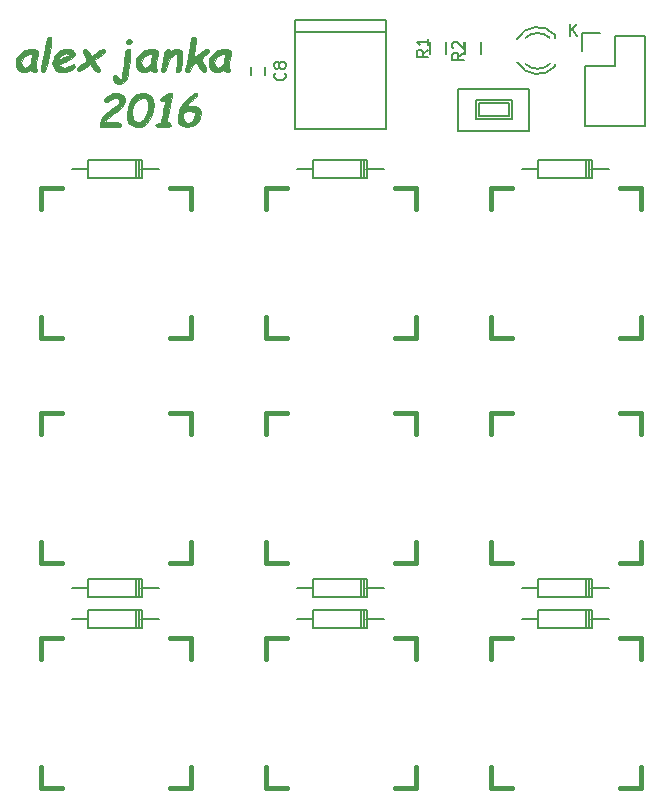
<source format=gbr>
G04 #@! TF.FileFunction,Legend,Top*
%FSLAX46Y46*%
G04 Gerber Fmt 4.6, Leading zero omitted, Abs format (unit mm)*
G04 Created by KiCad (PCBNEW 4.0.2-stable) date 4/25/2016 1:55:35 PM*
%MOMM*%
G01*
G04 APERTURE LIST*
%ADD10C,0.100000*%
%ADD11C,0.381000*%
%ADD12C,0.150000*%
%ADD13C,0.010000*%
G04 APERTURE END LIST*
D10*
D11*
X63650000Y-112700000D02*
X65428000Y-112700000D01*
X74572000Y-112700000D02*
X76350000Y-112700000D01*
X76350000Y-112700000D02*
X76350000Y-114478000D01*
X76350000Y-123622000D02*
X76350000Y-125400000D01*
X76350000Y-125400000D02*
X74572000Y-125400000D01*
X65428000Y-125400000D02*
X63650000Y-125400000D01*
X63650000Y-125400000D02*
X63650000Y-123622000D01*
X63650000Y-114478000D02*
X63650000Y-112700000D01*
D12*
X92850640Y-80400820D02*
X85149360Y-80400820D01*
X92850640Y-79400060D02*
X85149360Y-79400060D01*
X85149360Y-79400060D02*
X85149360Y-88599940D01*
X85149360Y-88599940D02*
X92850640Y-88599940D01*
X92850640Y-88599940D02*
X92850640Y-79400060D01*
X67633480Y-92002540D02*
X66236480Y-92002540D01*
X72078480Y-92002540D02*
X73602480Y-92002540D01*
X71697480Y-92764540D02*
X71697480Y-91240540D01*
X71951480Y-92764540D02*
X71951480Y-91240540D01*
X72205480Y-92002540D02*
X72205480Y-91240540D01*
X72205480Y-91240540D02*
X67633480Y-91240540D01*
X67633480Y-91240540D02*
X67633480Y-92764540D01*
X67633480Y-92764540D02*
X72205480Y-92764540D01*
X72205480Y-92764540D02*
X72205480Y-92002540D01*
X67633480Y-127502540D02*
X66236480Y-127502540D01*
X72078480Y-127502540D02*
X73602480Y-127502540D01*
X71697480Y-128264540D02*
X71697480Y-126740540D01*
X71951480Y-128264540D02*
X71951480Y-126740540D01*
X72205480Y-127502540D02*
X72205480Y-126740540D01*
X72205480Y-126740540D02*
X67633480Y-126740540D01*
X67633480Y-126740540D02*
X67633480Y-128264540D01*
X67633480Y-128264540D02*
X72205480Y-128264540D01*
X72205480Y-128264540D02*
X72205480Y-127502540D01*
X67633480Y-130102540D02*
X66236480Y-130102540D01*
X72078480Y-130102540D02*
X73602480Y-130102540D01*
X71697480Y-130864540D02*
X71697480Y-129340540D01*
X71951480Y-130864540D02*
X71951480Y-129340540D01*
X72205480Y-130102540D02*
X72205480Y-129340540D01*
X72205480Y-129340540D02*
X67633480Y-129340540D01*
X67633480Y-129340540D02*
X67633480Y-130864540D01*
X67633480Y-130864540D02*
X72205480Y-130864540D01*
X72205480Y-130864540D02*
X72205480Y-130102540D01*
X86683480Y-92002540D02*
X85286480Y-92002540D01*
X91128480Y-92002540D02*
X92652480Y-92002540D01*
X90747480Y-92764540D02*
X90747480Y-91240540D01*
X91001480Y-92764540D02*
X91001480Y-91240540D01*
X91255480Y-92002540D02*
X91255480Y-91240540D01*
X91255480Y-91240540D02*
X86683480Y-91240540D01*
X86683480Y-91240540D02*
X86683480Y-92764540D01*
X86683480Y-92764540D02*
X91255480Y-92764540D01*
X91255480Y-92764540D02*
X91255480Y-92002540D01*
X86683480Y-127502540D02*
X85286480Y-127502540D01*
X91128480Y-127502540D02*
X92652480Y-127502540D01*
X90747480Y-128264540D02*
X90747480Y-126740540D01*
X91001480Y-128264540D02*
X91001480Y-126740540D01*
X91255480Y-127502540D02*
X91255480Y-126740540D01*
X91255480Y-126740540D02*
X86683480Y-126740540D01*
X86683480Y-126740540D02*
X86683480Y-128264540D01*
X86683480Y-128264540D02*
X91255480Y-128264540D01*
X91255480Y-128264540D02*
X91255480Y-127502540D01*
X86683480Y-130102540D02*
X85286480Y-130102540D01*
X91128480Y-130102540D02*
X92652480Y-130102540D01*
X90747480Y-130864540D02*
X90747480Y-129340540D01*
X91001480Y-130864540D02*
X91001480Y-129340540D01*
X91255480Y-130102540D02*
X91255480Y-129340540D01*
X91255480Y-129340540D02*
X86683480Y-129340540D01*
X86683480Y-129340540D02*
X86683480Y-130864540D01*
X86683480Y-130864540D02*
X91255480Y-130864540D01*
X91255480Y-130864540D02*
X91255480Y-130102540D01*
X105733480Y-92002540D02*
X104336480Y-92002540D01*
X110178480Y-92002540D02*
X111702480Y-92002540D01*
X109797480Y-92764540D02*
X109797480Y-91240540D01*
X110051480Y-92764540D02*
X110051480Y-91240540D01*
X110305480Y-92002540D02*
X110305480Y-91240540D01*
X110305480Y-91240540D02*
X105733480Y-91240540D01*
X105733480Y-91240540D02*
X105733480Y-92764540D01*
X105733480Y-92764540D02*
X110305480Y-92764540D01*
X110305480Y-92764540D02*
X110305480Y-92002540D01*
X105733480Y-127502540D02*
X104336480Y-127502540D01*
X110178480Y-127502540D02*
X111702480Y-127502540D01*
X109797480Y-128264540D02*
X109797480Y-126740540D01*
X110051480Y-128264540D02*
X110051480Y-126740540D01*
X110305480Y-127502540D02*
X110305480Y-126740540D01*
X110305480Y-126740540D02*
X105733480Y-126740540D01*
X105733480Y-126740540D02*
X105733480Y-128264540D01*
X105733480Y-128264540D02*
X110305480Y-128264540D01*
X110305480Y-128264540D02*
X110305480Y-127502540D01*
X105733480Y-130102540D02*
X104336480Y-130102540D01*
X110178480Y-130102540D02*
X111702480Y-130102540D01*
X109797480Y-130864540D02*
X109797480Y-129340540D01*
X110051480Y-130864540D02*
X110051480Y-129340540D01*
X110305480Y-130102540D02*
X110305480Y-129340540D01*
X110305480Y-129340540D02*
X105733480Y-129340540D01*
X105733480Y-129340540D02*
X105733480Y-130864540D01*
X105733480Y-130864540D02*
X110305480Y-130864540D01*
X110305480Y-130864540D02*
X110305480Y-130102540D01*
X107199000Y-80686000D02*
X107199000Y-80886000D01*
X107199000Y-83280000D02*
X107199000Y-83100000D01*
X103971256Y-82969643D02*
G75*
G03X107199000Y-83286000I1727744J1003643D01*
G01*
X104646994Y-83099068D02*
G75*
G03X106750000Y-83100000I1052006J1133068D01*
G01*
X107186220Y-80659274D02*
G75*
G03X103949000Y-81006000I-1497220J-1306726D01*
G01*
X106712889Y-80886747D02*
G75*
G03X104665000Y-80906000I-1013889J-1079253D01*
G01*
X97925000Y-81250000D02*
X97925000Y-82250000D01*
X96575000Y-82250000D02*
X96575000Y-81250000D01*
X100925000Y-81250000D02*
X100925000Y-82250000D01*
X99575000Y-82250000D02*
X99575000Y-81250000D01*
D11*
X63650000Y-93650000D02*
X65428000Y-93650000D01*
X74572000Y-93650000D02*
X76350000Y-93650000D01*
X76350000Y-93650000D02*
X76350000Y-95428000D01*
X76350000Y-104572000D02*
X76350000Y-106350000D01*
X76350000Y-106350000D02*
X74572000Y-106350000D01*
X65428000Y-106350000D02*
X63650000Y-106350000D01*
X63650000Y-106350000D02*
X63650000Y-104572000D01*
X63650000Y-95428000D02*
X63650000Y-93650000D01*
X63650000Y-131750000D02*
X65428000Y-131750000D01*
X74572000Y-131750000D02*
X76350000Y-131750000D01*
X76350000Y-131750000D02*
X76350000Y-133528000D01*
X76350000Y-142672000D02*
X76350000Y-144450000D01*
X76350000Y-144450000D02*
X74572000Y-144450000D01*
X65428000Y-144450000D02*
X63650000Y-144450000D01*
X63650000Y-144450000D02*
X63650000Y-142672000D01*
X63650000Y-133528000D02*
X63650000Y-131750000D01*
X82700000Y-93650000D02*
X84478000Y-93650000D01*
X93622000Y-93650000D02*
X95400000Y-93650000D01*
X95400000Y-93650000D02*
X95400000Y-95428000D01*
X95400000Y-104572000D02*
X95400000Y-106350000D01*
X95400000Y-106350000D02*
X93622000Y-106350000D01*
X84478000Y-106350000D02*
X82700000Y-106350000D01*
X82700000Y-106350000D02*
X82700000Y-104572000D01*
X82700000Y-95428000D02*
X82700000Y-93650000D01*
X82700000Y-112700000D02*
X84478000Y-112700000D01*
X93622000Y-112700000D02*
X95400000Y-112700000D01*
X95400000Y-112700000D02*
X95400000Y-114478000D01*
X95400000Y-123622000D02*
X95400000Y-125400000D01*
X95400000Y-125400000D02*
X93622000Y-125400000D01*
X84478000Y-125400000D02*
X82700000Y-125400000D01*
X82700000Y-125400000D02*
X82700000Y-123622000D01*
X82700000Y-114478000D02*
X82700000Y-112700000D01*
X82700000Y-131750000D02*
X84478000Y-131750000D01*
X93622000Y-131750000D02*
X95400000Y-131750000D01*
X95400000Y-131750000D02*
X95400000Y-133528000D01*
X95400000Y-142672000D02*
X95400000Y-144450000D01*
X95400000Y-144450000D02*
X93622000Y-144450000D01*
X84478000Y-144450000D02*
X82700000Y-144450000D01*
X82700000Y-144450000D02*
X82700000Y-142672000D01*
X82700000Y-133528000D02*
X82700000Y-131750000D01*
X101750000Y-93650000D02*
X103528000Y-93650000D01*
X112672000Y-93650000D02*
X114450000Y-93650000D01*
X114450000Y-93650000D02*
X114450000Y-95428000D01*
X114450000Y-104572000D02*
X114450000Y-106350000D01*
X114450000Y-106350000D02*
X112672000Y-106350000D01*
X103528000Y-106350000D02*
X101750000Y-106350000D01*
X101750000Y-106350000D02*
X101750000Y-104572000D01*
X101750000Y-95428000D02*
X101750000Y-93650000D01*
X101750000Y-112700000D02*
X103528000Y-112700000D01*
X112672000Y-112700000D02*
X114450000Y-112700000D01*
X114450000Y-112700000D02*
X114450000Y-114478000D01*
X114450000Y-123622000D02*
X114450000Y-125400000D01*
X114450000Y-125400000D02*
X112672000Y-125400000D01*
X103528000Y-125400000D02*
X101750000Y-125400000D01*
X101750000Y-125400000D02*
X101750000Y-123622000D01*
X101750000Y-114478000D02*
X101750000Y-112700000D01*
X101750000Y-131750000D02*
X103528000Y-131750000D01*
X112672000Y-131750000D02*
X114450000Y-131750000D01*
X114450000Y-131750000D02*
X114450000Y-133528000D01*
X114450000Y-142672000D02*
X114450000Y-144450000D01*
X114450000Y-144450000D02*
X112672000Y-144450000D01*
X103528000Y-144450000D02*
X101750000Y-144450000D01*
X101750000Y-144450000D02*
X101750000Y-142672000D01*
X101750000Y-133528000D02*
X101750000Y-131750000D01*
D12*
X103239890Y-87550220D02*
X100739890Y-87550220D01*
X100739890Y-87550220D02*
X100739890Y-86450220D01*
X100739890Y-86450220D02*
X103239890Y-86450220D01*
X103239890Y-86450220D02*
X103239890Y-87550220D01*
X103489890Y-86200220D02*
X100489890Y-86200220D01*
X103489890Y-87800220D02*
X100489890Y-87800220D01*
X100489890Y-87800220D02*
X100489890Y-86200220D01*
X103489890Y-87800220D02*
X103489890Y-86200220D01*
X104989890Y-85250220D02*
X98989890Y-85250220D01*
X104989890Y-88750220D02*
X98989890Y-88750220D01*
X104989890Y-88750220D02*
X104989890Y-85250220D01*
X98989890Y-88750220D02*
X98989890Y-85250220D01*
X109730000Y-83270000D02*
X109730000Y-88350000D01*
X109450000Y-80450000D02*
X111000000Y-80450000D01*
X112270000Y-80730000D02*
X112270000Y-83270000D01*
X112270000Y-83270000D02*
X109730000Y-83270000D01*
X109730000Y-88350000D02*
X114810000Y-88350000D01*
X114810000Y-88350000D02*
X114810000Y-83270000D01*
X109450000Y-80450000D02*
X109450000Y-82000000D01*
X114810000Y-80730000D02*
X112270000Y-80730000D01*
X114810000Y-83270000D02*
X114810000Y-80730000D01*
X82630509Y-83369491D02*
X82630509Y-84069491D01*
X81430509Y-84069491D02*
X81430509Y-83369491D01*
D13*
G36*
X70414696Y-85625011D02*
X70655284Y-85795197D01*
X70776217Y-86045159D01*
X70784193Y-86136956D01*
X70703489Y-86475501D01*
X70460443Y-86816543D01*
X70052247Y-87163589D01*
X69859649Y-87293676D01*
X69473773Y-87565582D01*
X69215299Y-87802183D01*
X69097187Y-87991012D01*
X69091035Y-88033092D01*
X69168843Y-88045684D01*
X69375279Y-88055085D01*
X69669643Y-88059638D01*
X69747202Y-88059825D01*
X70078336Y-88063236D01*
X70276625Y-88080245D01*
X70378521Y-88121012D01*
X70420476Y-88195701D01*
X70430564Y-88250325D01*
X70436068Y-88334855D01*
X70404337Y-88389752D01*
X70306246Y-88421407D01*
X70112671Y-88436216D01*
X69794486Y-88440569D01*
X69562731Y-88440825D01*
X68667843Y-88440825D01*
X68668159Y-88165658D01*
X68734556Y-87824435D01*
X68940197Y-87497238D01*
X69295976Y-87169921D01*
X69595601Y-86961449D01*
X69987016Y-86674947D01*
X70214320Y-86421671D01*
X70279016Y-86199544D01*
X70237150Y-86074970D01*
X70100890Y-85997487D01*
X69881981Y-86000094D01*
X69643040Y-86075869D01*
X69514509Y-86154825D01*
X69288742Y-86287714D01*
X69102450Y-86323862D01*
X68988875Y-86269591D01*
X68981261Y-86131225D01*
X69012319Y-86059302D01*
X69179001Y-85884718D01*
X69453779Y-85724956D01*
X69775937Y-85608083D01*
X70084755Y-85562164D01*
X70087838Y-85562158D01*
X70414696Y-85625011D01*
X70414696Y-85625011D01*
G37*
X70414696Y-85625011D02*
X70655284Y-85795197D01*
X70776217Y-86045159D01*
X70784193Y-86136956D01*
X70703489Y-86475501D01*
X70460443Y-86816543D01*
X70052247Y-87163589D01*
X69859649Y-87293676D01*
X69473773Y-87565582D01*
X69215299Y-87802183D01*
X69097187Y-87991012D01*
X69091035Y-88033092D01*
X69168843Y-88045684D01*
X69375279Y-88055085D01*
X69669643Y-88059638D01*
X69747202Y-88059825D01*
X70078336Y-88063236D01*
X70276625Y-88080245D01*
X70378521Y-88121012D01*
X70420476Y-88195701D01*
X70430564Y-88250325D01*
X70436068Y-88334855D01*
X70404337Y-88389752D01*
X70306246Y-88421407D01*
X70112671Y-88436216D01*
X69794486Y-88440569D01*
X69562731Y-88440825D01*
X68667843Y-88440825D01*
X68668159Y-88165658D01*
X68734556Y-87824435D01*
X68940197Y-87497238D01*
X69295976Y-87169921D01*
X69595601Y-86961449D01*
X69987016Y-86674947D01*
X70214320Y-86421671D01*
X70279016Y-86199544D01*
X70237150Y-86074970D01*
X70100890Y-85997487D01*
X69881981Y-86000094D01*
X69643040Y-86075869D01*
X69514509Y-86154825D01*
X69288742Y-86287714D01*
X69102450Y-86323862D01*
X68988875Y-86269591D01*
X68981261Y-86131225D01*
X69012319Y-86059302D01*
X69179001Y-85884718D01*
X69453779Y-85724956D01*
X69775937Y-85608083D01*
X70084755Y-85562164D01*
X70087838Y-85562158D01*
X70414696Y-85625011D01*
G36*
X72719157Y-85628485D02*
X72988324Y-85822702D01*
X73147110Y-86137665D01*
X73191410Y-86566231D01*
X73146664Y-86959899D01*
X73013947Y-87444556D01*
X72818698Y-87861682D01*
X72582192Y-88171264D01*
X72445118Y-88279448D01*
X72107813Y-88412685D01*
X71739652Y-88445126D01*
X71399335Y-88378896D01*
X71161661Y-88233006D01*
X71051779Y-88102800D01*
X70988908Y-87953825D01*
X70960460Y-87735796D01*
X70953843Y-87402963D01*
X70963102Y-87305528D01*
X71377670Y-87305528D01*
X71403699Y-87611282D01*
X71474039Y-87835105D01*
X71510223Y-87884444D01*
X71741476Y-88009604D01*
X72008237Y-87991961D01*
X72266290Y-87838098D01*
X72340062Y-87760862D01*
X72542467Y-87433131D01*
X72676673Y-87041157D01*
X72732068Y-86641178D01*
X72698039Y-86289430D01*
X72644197Y-86149258D01*
X72486272Y-86000707D01*
X72265728Y-85976041D01*
X72016193Y-86059825D01*
X71771296Y-86236624D01*
X71564664Y-86491001D01*
X71467229Y-86689503D01*
X71398124Y-86978163D01*
X71377670Y-87305528D01*
X70963102Y-87305528D01*
X71010697Y-86804726D01*
X71175208Y-86309980D01*
X71438293Y-85930753D01*
X71790871Y-85679072D01*
X72223860Y-85566966D01*
X72343712Y-85562158D01*
X72719157Y-85628485D01*
X72719157Y-85628485D01*
G37*
X72719157Y-85628485D02*
X72988324Y-85822702D01*
X73147110Y-86137665D01*
X73191410Y-86566231D01*
X73146664Y-86959899D01*
X73013947Y-87444556D01*
X72818698Y-87861682D01*
X72582192Y-88171264D01*
X72445118Y-88279448D01*
X72107813Y-88412685D01*
X71739652Y-88445126D01*
X71399335Y-88378896D01*
X71161661Y-88233006D01*
X71051779Y-88102800D01*
X70988908Y-87953825D01*
X70960460Y-87735796D01*
X70953843Y-87402963D01*
X70963102Y-87305528D01*
X71377670Y-87305528D01*
X71403699Y-87611282D01*
X71474039Y-87835105D01*
X71510223Y-87884444D01*
X71741476Y-88009604D01*
X72008237Y-87991961D01*
X72266290Y-87838098D01*
X72340062Y-87760862D01*
X72542467Y-87433131D01*
X72676673Y-87041157D01*
X72732068Y-86641178D01*
X72698039Y-86289430D01*
X72644197Y-86149258D01*
X72486272Y-86000707D01*
X72265728Y-85976041D01*
X72016193Y-86059825D01*
X71771296Y-86236624D01*
X71564664Y-86491001D01*
X71467229Y-86689503D01*
X71398124Y-86978163D01*
X71377670Y-87305528D01*
X70963102Y-87305528D01*
X71010697Y-86804726D01*
X71175208Y-86309980D01*
X71438293Y-85930753D01*
X71790871Y-85679072D01*
X72223860Y-85566966D01*
X72343712Y-85562158D01*
X72719157Y-85628485D01*
G36*
X74706295Y-85581179D02*
X74742302Y-85669646D01*
X74719127Y-85874666D01*
X74718292Y-85879658D01*
X74667301Y-86141688D01*
X74592749Y-86477980D01*
X74538125Y-86705158D01*
X74447448Y-87101158D01*
X74378925Y-87465045D01*
X74336726Y-87765551D01*
X74325022Y-87971408D01*
X74347984Y-88051348D01*
X74358946Y-88048430D01*
X74480808Y-88052632D01*
X74591613Y-88155092D01*
X74629806Y-88292440D01*
X74622751Y-88320015D01*
X74546277Y-88387129D01*
X74362434Y-88425607D01*
X74043983Y-88440299D01*
X73944243Y-88440825D01*
X73620475Y-88436381D01*
X73433279Y-88417713D01*
X73350005Y-88376810D01*
X73338008Y-88305667D01*
X73340192Y-88292658D01*
X73441060Y-88166701D01*
X73590496Y-88118656D01*
X73699051Y-88094948D01*
X73775056Y-88031728D01*
X73834309Y-87895482D01*
X73892608Y-87652692D01*
X73949653Y-87356656D01*
X74017209Y-87002644D01*
X74078670Y-86696593D01*
X74123843Y-86488732D01*
X74134210Y-86447407D01*
X74140795Y-86321791D01*
X74035973Y-86279625D01*
X73951928Y-86278074D01*
X73771270Y-86248665D01*
X73687971Y-86183249D01*
X73732359Y-86081433D01*
X73883794Y-85938034D01*
X74096529Y-85784466D01*
X74324818Y-85652142D01*
X74522917Y-85572476D01*
X74592434Y-85562158D01*
X74706295Y-85581179D01*
X74706295Y-85581179D01*
G37*
X74706295Y-85581179D02*
X74742302Y-85669646D01*
X74719127Y-85874666D01*
X74718292Y-85879658D01*
X74667301Y-86141688D01*
X74592749Y-86477980D01*
X74538125Y-86705158D01*
X74447448Y-87101158D01*
X74378925Y-87465045D01*
X74336726Y-87765551D01*
X74325022Y-87971408D01*
X74347984Y-88051348D01*
X74358946Y-88048430D01*
X74480808Y-88052632D01*
X74591613Y-88155092D01*
X74629806Y-88292440D01*
X74622751Y-88320015D01*
X74546277Y-88387129D01*
X74362434Y-88425607D01*
X74043983Y-88440299D01*
X73944243Y-88440825D01*
X73620475Y-88436381D01*
X73433279Y-88417713D01*
X73350005Y-88376810D01*
X73338008Y-88305667D01*
X73340192Y-88292658D01*
X73441060Y-88166701D01*
X73590496Y-88118656D01*
X73699051Y-88094948D01*
X73775056Y-88031728D01*
X73834309Y-87895482D01*
X73892608Y-87652692D01*
X73949653Y-87356656D01*
X74017209Y-87002644D01*
X74078670Y-86696593D01*
X74123843Y-86488732D01*
X74134210Y-86447407D01*
X74140795Y-86321791D01*
X74035973Y-86279625D01*
X73951928Y-86278074D01*
X73771270Y-86248665D01*
X73687971Y-86183249D01*
X73732359Y-86081433D01*
X73883794Y-85938034D01*
X74096529Y-85784466D01*
X74324818Y-85652142D01*
X74522917Y-85572476D01*
X74592434Y-85562158D01*
X74706295Y-85581179D01*
G36*
X76857158Y-85609317D02*
X76870566Y-85733769D01*
X76767004Y-85909971D01*
X76555255Y-86112385D01*
X76519317Y-86139983D01*
X76294679Y-86322634D01*
X76121022Y-86489336D01*
X76066000Y-86557886D01*
X76027370Y-86644683D01*
X76077043Y-86682886D01*
X76247305Y-86684618D01*
X76380809Y-86676093D01*
X76654216Y-86672831D01*
X76836380Y-86727029D01*
X77001705Y-86860992D01*
X77003459Y-86862744D01*
X77157346Y-87081063D01*
X77219176Y-87302347D01*
X77150220Y-87649453D01*
X76970892Y-87990109D01*
X76722499Y-88249929D01*
X76675619Y-88281170D01*
X76359985Y-88403394D01*
X75998635Y-88440211D01*
X75658307Y-88391748D01*
X75429389Y-88278807D01*
X75312971Y-88158057D01*
X75253609Y-88002501D01*
X75234739Y-87756291D01*
X75234790Y-87622641D01*
X75235232Y-87619191D01*
X75676706Y-87619191D01*
X75725926Y-87856842D01*
X75825115Y-87987777D01*
X76077385Y-88093865D01*
X76326388Y-88034110D01*
X76503358Y-87894340D01*
X76647269Y-87682171D01*
X76709266Y-87448262D01*
X76684016Y-87247235D01*
X76577251Y-87137550D01*
X76302020Y-87088046D01*
X76013760Y-87117218D01*
X75833223Y-87194610D01*
X75712733Y-87372917D01*
X75676706Y-87619191D01*
X75235232Y-87619191D01*
X75304057Y-87082256D01*
X75420393Y-86781629D01*
X75575953Y-86546521D01*
X75802420Y-86280310D01*
X76064802Y-86015883D01*
X76328105Y-85786125D01*
X76557337Y-85623922D01*
X76717504Y-85562159D01*
X76717999Y-85562158D01*
X76857158Y-85609317D01*
X76857158Y-85609317D01*
G37*
X76857158Y-85609317D02*
X76870566Y-85733769D01*
X76767004Y-85909971D01*
X76555255Y-86112385D01*
X76519317Y-86139983D01*
X76294679Y-86322634D01*
X76121022Y-86489336D01*
X76066000Y-86557886D01*
X76027370Y-86644683D01*
X76077043Y-86682886D01*
X76247305Y-86684618D01*
X76380809Y-86676093D01*
X76654216Y-86672831D01*
X76836380Y-86727029D01*
X77001705Y-86860992D01*
X77003459Y-86862744D01*
X77157346Y-87081063D01*
X77219176Y-87302347D01*
X77150220Y-87649453D01*
X76970892Y-87990109D01*
X76722499Y-88249929D01*
X76675619Y-88281170D01*
X76359985Y-88403394D01*
X75998635Y-88440211D01*
X75658307Y-88391748D01*
X75429389Y-88278807D01*
X75312971Y-88158057D01*
X75253609Y-88002501D01*
X75234739Y-87756291D01*
X75234790Y-87622641D01*
X75235232Y-87619191D01*
X75676706Y-87619191D01*
X75725926Y-87856842D01*
X75825115Y-87987777D01*
X76077385Y-88093865D01*
X76326388Y-88034110D01*
X76503358Y-87894340D01*
X76647269Y-87682171D01*
X76709266Y-87448262D01*
X76684016Y-87247235D01*
X76577251Y-87137550D01*
X76302020Y-87088046D01*
X76013760Y-87117218D01*
X75833223Y-87194610D01*
X75712733Y-87372917D01*
X75676706Y-87619191D01*
X75235232Y-87619191D01*
X75304057Y-87082256D01*
X75420393Y-86781629D01*
X75575953Y-86546521D01*
X75802420Y-86280310D01*
X76064802Y-86015883D01*
X76328105Y-85786125D01*
X76557337Y-85623922D01*
X76717504Y-85562159D01*
X76717999Y-85562158D01*
X76857158Y-85609317D01*
G36*
X71153729Y-81868706D02*
X71199425Y-81993739D01*
X71205089Y-82154325D01*
X71190577Y-82451371D01*
X71155248Y-82828753D01*
X71105088Y-83244407D01*
X71046085Y-83656270D01*
X70984228Y-84022278D01*
X70925504Y-84300368D01*
X70879370Y-84442443D01*
X70674944Y-84673998D01*
X70403882Y-84787028D01*
X70117065Y-84773161D01*
X69865374Y-84624026D01*
X69853146Y-84611287D01*
X69723773Y-84399908D01*
X69716439Y-84207559D01*
X69826625Y-84078983D01*
X69909404Y-84054389D01*
X70081544Y-84092354D01*
X70147943Y-84202555D01*
X70249787Y-84343807D01*
X70389350Y-84371877D01*
X70483825Y-84299197D01*
X70510178Y-84189831D01*
X70547995Y-83946211D01*
X70592532Y-83602638D01*
X70639044Y-83193413D01*
X70646259Y-83125028D01*
X70693567Y-82706460D01*
X70741069Y-82346111D01*
X70783661Y-82079023D01*
X70816240Y-81940234D01*
X70819942Y-81932656D01*
X70945814Y-81851951D01*
X71043506Y-81836825D01*
X71153729Y-81868706D01*
X71153729Y-81868706D01*
G37*
X71153729Y-81868706D02*
X71199425Y-81993739D01*
X71205089Y-82154325D01*
X71190577Y-82451371D01*
X71155248Y-82828753D01*
X71105088Y-83244407D01*
X71046085Y-83656270D01*
X70984228Y-84022278D01*
X70925504Y-84300368D01*
X70879370Y-84442443D01*
X70674944Y-84673998D01*
X70403882Y-84787028D01*
X70117065Y-84773161D01*
X69865374Y-84624026D01*
X69853146Y-84611287D01*
X69723773Y-84399908D01*
X69716439Y-84207559D01*
X69826625Y-84078983D01*
X69909404Y-84054389D01*
X70081544Y-84092354D01*
X70147943Y-84202555D01*
X70249787Y-84343807D01*
X70389350Y-84371877D01*
X70483825Y-84299197D01*
X70510178Y-84189831D01*
X70547995Y-83946211D01*
X70592532Y-83602638D01*
X70639044Y-83193413D01*
X70646259Y-83125028D01*
X70693567Y-82706460D01*
X70741069Y-82346111D01*
X70783661Y-82079023D01*
X70816240Y-81940234D01*
X70819942Y-81932656D01*
X70945814Y-81851951D01*
X71043506Y-81836825D01*
X71153729Y-81868706D01*
G36*
X63035758Y-81840681D02*
X63278932Y-81944158D01*
X63355523Y-82016249D01*
X63384141Y-82114886D01*
X63366420Y-82285438D01*
X63303993Y-82573278D01*
X63301906Y-82582232D01*
X63228366Y-83027048D01*
X63246227Y-83348137D01*
X63253515Y-83375953D01*
X63293257Y-83579351D01*
X63285493Y-83709019D01*
X63284059Y-83711545D01*
X63162574Y-83775949D01*
X62989854Y-83770601D01*
X62868034Y-83699262D01*
X62755587Y-83660424D01*
X62656937Y-83699262D01*
X62382131Y-83779647D01*
X62071703Y-83776158D01*
X61798091Y-83695680D01*
X61674798Y-83605900D01*
X61553727Y-83362247D01*
X61520147Y-83040943D01*
X61523394Y-83020393D01*
X61989147Y-83020393D01*
X62023469Y-83236941D01*
X62132327Y-83390915D01*
X62298745Y-83453275D01*
X62505749Y-83394981D01*
X62656509Y-83276158D01*
X62794390Y-83032346D01*
X62838543Y-82768158D01*
X62848746Y-82524541D01*
X62858038Y-82347300D01*
X62859709Y-82323658D01*
X62809319Y-82238214D01*
X62666407Y-82239342D01*
X62475309Y-82313893D01*
X62280360Y-82448720D01*
X62212009Y-82515733D01*
X62046335Y-82770310D01*
X61989147Y-83020393D01*
X61523394Y-83020393D01*
X61572679Y-82708476D01*
X61698860Y-82445840D01*
X61986952Y-82153085D01*
X62333190Y-81945943D01*
X62696489Y-81837460D01*
X63035758Y-81840681D01*
X63035758Y-81840681D01*
G37*
X63035758Y-81840681D02*
X63278932Y-81944158D01*
X63355523Y-82016249D01*
X63384141Y-82114886D01*
X63366420Y-82285438D01*
X63303993Y-82573278D01*
X63301906Y-82582232D01*
X63228366Y-83027048D01*
X63246227Y-83348137D01*
X63253515Y-83375953D01*
X63293257Y-83579351D01*
X63285493Y-83709019D01*
X63284059Y-83711545D01*
X63162574Y-83775949D01*
X62989854Y-83770601D01*
X62868034Y-83699262D01*
X62755587Y-83660424D01*
X62656937Y-83699262D01*
X62382131Y-83779647D01*
X62071703Y-83776158D01*
X61798091Y-83695680D01*
X61674798Y-83605900D01*
X61553727Y-83362247D01*
X61520147Y-83040943D01*
X61523394Y-83020393D01*
X61989147Y-83020393D01*
X62023469Y-83236941D01*
X62132327Y-83390915D01*
X62298745Y-83453275D01*
X62505749Y-83394981D01*
X62656509Y-83276158D01*
X62794390Y-83032346D01*
X62838543Y-82768158D01*
X62848746Y-82524541D01*
X62858038Y-82347300D01*
X62859709Y-82323658D01*
X62809319Y-82238214D01*
X62666407Y-82239342D01*
X62475309Y-82313893D01*
X62280360Y-82448720D01*
X62212009Y-82515733D01*
X62046335Y-82770310D01*
X61989147Y-83020393D01*
X61523394Y-83020393D01*
X61572679Y-82708476D01*
X61698860Y-82445840D01*
X61986952Y-82153085D01*
X62333190Y-81945943D01*
X62696489Y-81837460D01*
X63035758Y-81840681D01*
G36*
X64463093Y-80843608D02*
X64521837Y-80876384D01*
X64529508Y-80979341D01*
X64506893Y-81219215D01*
X64457939Y-81567086D01*
X64386590Y-81994032D01*
X64321512Y-82344825D01*
X64220254Y-82860411D01*
X64141214Y-83232850D01*
X64076919Y-83485703D01*
X64019895Y-83642531D01*
X63962669Y-83726898D01*
X63897767Y-83762365D01*
X63870166Y-83767833D01*
X63708192Y-83761097D01*
X63647848Y-83725500D01*
X63649607Y-83623510D01*
X63680190Y-83384390D01*
X63735110Y-83037034D01*
X63809879Y-82610336D01*
X63875287Y-82260818D01*
X63978932Y-81734857D01*
X64061652Y-81353732D01*
X64130043Y-81095196D01*
X64190696Y-80937000D01*
X64250205Y-80856898D01*
X64297930Y-80834711D01*
X64463093Y-80843608D01*
X64463093Y-80843608D01*
G37*
X64463093Y-80843608D02*
X64521837Y-80876384D01*
X64529508Y-80979341D01*
X64506893Y-81219215D01*
X64457939Y-81567086D01*
X64386590Y-81994032D01*
X64321512Y-82344825D01*
X64220254Y-82860411D01*
X64141214Y-83232850D01*
X64076919Y-83485703D01*
X64019895Y-83642531D01*
X63962669Y-83726898D01*
X63897767Y-83762365D01*
X63870166Y-83767833D01*
X63708192Y-83761097D01*
X63647848Y-83725500D01*
X63649607Y-83623510D01*
X63680190Y-83384390D01*
X63735110Y-83037034D01*
X63809879Y-82610336D01*
X63875287Y-82260818D01*
X63978932Y-81734857D01*
X64061652Y-81353732D01*
X64130043Y-81095196D01*
X64190696Y-80937000D01*
X64250205Y-80856898D01*
X64297930Y-80834711D01*
X64463093Y-80843608D01*
G36*
X66121671Y-81866038D02*
X66334090Y-81963785D01*
X66381843Y-82006158D01*
X66505579Y-82150900D01*
X66551176Y-82241319D01*
X66470246Y-82429635D01*
X66238319Y-82631349D01*
X65871690Y-82833638D01*
X65708018Y-82904892D01*
X65427993Y-83030650D01*
X65226185Y-83142300D01*
X65139047Y-83219124D01*
X65138603Y-83228533D01*
X65230350Y-83310702D01*
X65392909Y-83383958D01*
X65590915Y-83411844D01*
X65823925Y-83354031D01*
X66007772Y-83272804D01*
X66281112Y-83161603D01*
X66443300Y-83150544D01*
X66484072Y-83175187D01*
X66541199Y-83319363D01*
X66458109Y-83467884D01*
X66262633Y-83604279D01*
X65982604Y-83712079D01*
X65645854Y-83774813D01*
X65455032Y-83784158D01*
X65156386Y-83765071D01*
X64954949Y-83692883D01*
X64811661Y-83576340D01*
X64646584Y-83323034D01*
X64618907Y-83016523D01*
X64712767Y-82686697D01*
X65111843Y-82686697D01*
X65180461Y-82700276D01*
X65358585Y-82651846D01*
X65604617Y-82555830D01*
X65876959Y-82426650D01*
X65906448Y-82411189D01*
X66010479Y-82332860D01*
X65964671Y-82262805D01*
X65948781Y-82252354D01*
X65786207Y-82184572D01*
X65732172Y-82176788D01*
X65607144Y-82227550D01*
X65428597Y-82351520D01*
X65252000Y-82503104D01*
X65132824Y-82636704D01*
X65111843Y-82686697D01*
X64712767Y-82686697D01*
X64727605Y-82634556D01*
X64764399Y-82549836D01*
X65000064Y-82168039D01*
X65300930Y-81936063D01*
X65686031Y-81840811D01*
X65800594Y-81836825D01*
X66121671Y-81866038D01*
X66121671Y-81866038D01*
G37*
X66121671Y-81866038D02*
X66334090Y-81963785D01*
X66381843Y-82006158D01*
X66505579Y-82150900D01*
X66551176Y-82241319D01*
X66470246Y-82429635D01*
X66238319Y-82631349D01*
X65871690Y-82833638D01*
X65708018Y-82904892D01*
X65427993Y-83030650D01*
X65226185Y-83142300D01*
X65139047Y-83219124D01*
X65138603Y-83228533D01*
X65230350Y-83310702D01*
X65392909Y-83383958D01*
X65590915Y-83411844D01*
X65823925Y-83354031D01*
X66007772Y-83272804D01*
X66281112Y-83161603D01*
X66443300Y-83150544D01*
X66484072Y-83175187D01*
X66541199Y-83319363D01*
X66458109Y-83467884D01*
X66262633Y-83604279D01*
X65982604Y-83712079D01*
X65645854Y-83774813D01*
X65455032Y-83784158D01*
X65156386Y-83765071D01*
X64954949Y-83692883D01*
X64811661Y-83576340D01*
X64646584Y-83323034D01*
X64618907Y-83016523D01*
X64712767Y-82686697D01*
X65111843Y-82686697D01*
X65180461Y-82700276D01*
X65358585Y-82651846D01*
X65604617Y-82555830D01*
X65876959Y-82426650D01*
X65906448Y-82411189D01*
X66010479Y-82332860D01*
X65964671Y-82262805D01*
X65948781Y-82252354D01*
X65786207Y-82184572D01*
X65732172Y-82176788D01*
X65607144Y-82227550D01*
X65428597Y-82351520D01*
X65252000Y-82503104D01*
X65132824Y-82636704D01*
X65111843Y-82686697D01*
X64712767Y-82686697D01*
X64727605Y-82634556D01*
X64764399Y-82549836D01*
X65000064Y-82168039D01*
X65300930Y-81936063D01*
X65686031Y-81840811D01*
X65800594Y-81836825D01*
X66121671Y-81866038D01*
G36*
X69028074Y-81896629D02*
X69057360Y-81935273D01*
X69035682Y-82056213D01*
X68875489Y-82246109D01*
X68587406Y-82493723D01*
X68388045Y-82643400D01*
X68150830Y-82814976D01*
X68415442Y-83180262D01*
X68556520Y-83406956D01*
X68631945Y-83592973D01*
X68634272Y-83664853D01*
X68524150Y-83777564D01*
X68354121Y-83757289D01*
X68154409Y-83614394D01*
X68017737Y-83453399D01*
X67779984Y-83122640D01*
X67378329Y-83417482D01*
X67063622Y-83611876D01*
X66829542Y-83677446D01*
X66686142Y-83612218D01*
X66659389Y-83558582D01*
X66704786Y-83459500D01*
X66856611Y-83311075D01*
X66995909Y-83205894D01*
X67285563Y-82998408D01*
X67447473Y-82845746D01*
X67497054Y-82712292D01*
X67449721Y-82562432D01*
X67345942Y-82397225D01*
X67224860Y-82180064D01*
X67172212Y-82004340D01*
X67176628Y-81958176D01*
X67286665Y-81844095D01*
X67451119Y-81860431D01*
X67632405Y-81995437D01*
X67736509Y-82133158D01*
X67861194Y-82317896D01*
X67951473Y-82421435D01*
X67967528Y-82429491D01*
X68054179Y-82380105D01*
X68226834Y-82252875D01*
X68377038Y-82133158D01*
X68673640Y-81920782D01*
X68886248Y-81843220D01*
X69028074Y-81896629D01*
X69028074Y-81896629D01*
G37*
X69028074Y-81896629D02*
X69057360Y-81935273D01*
X69035682Y-82056213D01*
X68875489Y-82246109D01*
X68587406Y-82493723D01*
X68388045Y-82643400D01*
X68150830Y-82814976D01*
X68415442Y-83180262D01*
X68556520Y-83406956D01*
X68631945Y-83592973D01*
X68634272Y-83664853D01*
X68524150Y-83777564D01*
X68354121Y-83757289D01*
X68154409Y-83614394D01*
X68017737Y-83453399D01*
X67779984Y-83122640D01*
X67378329Y-83417482D01*
X67063622Y-83611876D01*
X66829542Y-83677446D01*
X66686142Y-83612218D01*
X66659389Y-83558582D01*
X66704786Y-83459500D01*
X66856611Y-83311075D01*
X66995909Y-83205894D01*
X67285563Y-82998408D01*
X67447473Y-82845746D01*
X67497054Y-82712292D01*
X67449721Y-82562432D01*
X67345942Y-82397225D01*
X67224860Y-82180064D01*
X67172212Y-82004340D01*
X67176628Y-81958176D01*
X67286665Y-81844095D01*
X67451119Y-81860431D01*
X67632405Y-81995437D01*
X67736509Y-82133158D01*
X67861194Y-82317896D01*
X67951473Y-82421435D01*
X67967528Y-82429491D01*
X68054179Y-82380105D01*
X68226834Y-82252875D01*
X68377038Y-82133158D01*
X68673640Y-81920782D01*
X68886248Y-81843220D01*
X69028074Y-81896629D01*
G36*
X73195758Y-81840681D02*
X73438932Y-81944158D01*
X73515523Y-82016249D01*
X73544141Y-82114886D01*
X73526420Y-82285438D01*
X73463993Y-82573278D01*
X73461906Y-82582232D01*
X73388366Y-83027048D01*
X73406227Y-83348137D01*
X73413515Y-83375953D01*
X73453257Y-83579351D01*
X73445493Y-83709019D01*
X73444059Y-83711545D01*
X73322574Y-83775949D01*
X73149854Y-83770601D01*
X73028034Y-83699262D01*
X72915587Y-83660424D01*
X72816937Y-83699262D01*
X72542131Y-83779647D01*
X72231703Y-83776158D01*
X71958091Y-83695680D01*
X71834798Y-83605900D01*
X71713727Y-83362247D01*
X71680147Y-83040943D01*
X71683394Y-83020393D01*
X72149147Y-83020393D01*
X72183469Y-83236941D01*
X72292327Y-83390915D01*
X72458745Y-83453275D01*
X72665749Y-83394981D01*
X72816509Y-83276158D01*
X72954390Y-83032346D01*
X72998543Y-82768158D01*
X73008746Y-82524541D01*
X73018038Y-82347300D01*
X73019709Y-82323658D01*
X72969319Y-82238214D01*
X72826407Y-82239342D01*
X72635309Y-82313893D01*
X72440360Y-82448720D01*
X72372009Y-82515733D01*
X72206335Y-82770310D01*
X72149147Y-83020393D01*
X71683394Y-83020393D01*
X71732679Y-82708476D01*
X71858860Y-82445840D01*
X72146952Y-82153085D01*
X72493190Y-81945943D01*
X72856489Y-81837460D01*
X73195758Y-81840681D01*
X73195758Y-81840681D01*
G37*
X73195758Y-81840681D02*
X73438932Y-81944158D01*
X73515523Y-82016249D01*
X73544141Y-82114886D01*
X73526420Y-82285438D01*
X73463993Y-82573278D01*
X73461906Y-82582232D01*
X73388366Y-83027048D01*
X73406227Y-83348137D01*
X73413515Y-83375953D01*
X73453257Y-83579351D01*
X73445493Y-83709019D01*
X73444059Y-83711545D01*
X73322574Y-83775949D01*
X73149854Y-83770601D01*
X73028034Y-83699262D01*
X72915587Y-83660424D01*
X72816937Y-83699262D01*
X72542131Y-83779647D01*
X72231703Y-83776158D01*
X71958091Y-83695680D01*
X71834798Y-83605900D01*
X71713727Y-83362247D01*
X71680147Y-83040943D01*
X71683394Y-83020393D01*
X72149147Y-83020393D01*
X72183469Y-83236941D01*
X72292327Y-83390915D01*
X72458745Y-83453275D01*
X72665749Y-83394981D01*
X72816509Y-83276158D01*
X72954390Y-83032346D01*
X72998543Y-82768158D01*
X73008746Y-82524541D01*
X73018038Y-82347300D01*
X73019709Y-82323658D01*
X72969319Y-82238214D01*
X72826407Y-82239342D01*
X72635309Y-82313893D01*
X72440360Y-82448720D01*
X72372009Y-82515733D01*
X72206335Y-82770310D01*
X72149147Y-83020393D01*
X71683394Y-83020393D01*
X71732679Y-82708476D01*
X71858860Y-82445840D01*
X72146952Y-82153085D01*
X72493190Y-81945943D01*
X72856489Y-81837460D01*
X73195758Y-81840681D01*
G36*
X75241423Y-81852528D02*
X75426114Y-81885248D01*
X75546523Y-81964557D01*
X75610105Y-82116918D01*
X75624318Y-82368795D01*
X75596616Y-82746653D01*
X75567256Y-83009011D01*
X75521748Y-83362994D01*
X75479325Y-83582515D01*
X75427036Y-83701684D01*
X75351935Y-83754611D01*
X75278156Y-83770612D01*
X75076071Y-83799400D01*
X75130700Y-83029779D01*
X75151569Y-82622931D01*
X75137886Y-82372545D01*
X75079299Y-82267490D01*
X74965456Y-82296632D01*
X74786007Y-82448839D01*
X74685019Y-82550463D01*
X74424879Y-82925983D01*
X74302566Y-83291296D01*
X74228979Y-83562556D01*
X74147431Y-83706855D01*
X74032140Y-83765628D01*
X74004375Y-83770534D01*
X73892075Y-83777410D01*
X73840505Y-83729300D01*
X73836722Y-83587324D01*
X73863474Y-83347201D01*
X73952890Y-82740323D01*
X74051912Y-82295158D01*
X74164203Y-82004188D01*
X74293423Y-81859899D01*
X74443233Y-81854774D01*
X74556243Y-81924867D01*
X74693846Y-81983333D01*
X74800267Y-81926395D01*
X74960591Y-81866678D01*
X75198136Y-81849892D01*
X75241423Y-81852528D01*
X75241423Y-81852528D01*
G37*
X75241423Y-81852528D02*
X75426114Y-81885248D01*
X75546523Y-81964557D01*
X75610105Y-82116918D01*
X75624318Y-82368795D01*
X75596616Y-82746653D01*
X75567256Y-83009011D01*
X75521748Y-83362994D01*
X75479325Y-83582515D01*
X75427036Y-83701684D01*
X75351935Y-83754611D01*
X75278156Y-83770612D01*
X75076071Y-83799400D01*
X75130700Y-83029779D01*
X75151569Y-82622931D01*
X75137886Y-82372545D01*
X75079299Y-82267490D01*
X74965456Y-82296632D01*
X74786007Y-82448839D01*
X74685019Y-82550463D01*
X74424879Y-82925983D01*
X74302566Y-83291296D01*
X74228979Y-83562556D01*
X74147431Y-83706855D01*
X74032140Y-83765628D01*
X74004375Y-83770534D01*
X73892075Y-83777410D01*
X73840505Y-83729300D01*
X73836722Y-83587324D01*
X73863474Y-83347201D01*
X73952890Y-82740323D01*
X74051912Y-82295158D01*
X74164203Y-82004188D01*
X74293423Y-81859899D01*
X74443233Y-81854774D01*
X74556243Y-81924867D01*
X74693846Y-81983333D01*
X74800267Y-81926395D01*
X74960591Y-81866678D01*
X75198136Y-81849892D01*
X75241423Y-81852528D01*
G36*
X76701476Y-80835771D02*
X76768720Y-80898034D01*
X76791729Y-81033745D01*
X76772487Y-81269041D01*
X76712979Y-81630053D01*
X76667758Y-81871032D01*
X76611271Y-82184963D01*
X76574476Y-82427027D01*
X76563413Y-82556033D01*
X76565814Y-82566352D01*
X76639676Y-82531045D01*
X76810291Y-82413713D01*
X77042612Y-82238641D01*
X77073307Y-82214644D01*
X77397479Y-81987543D01*
X77653956Y-81862842D01*
X77825718Y-81845810D01*
X77895747Y-81941714D01*
X77896509Y-81959835D01*
X77834785Y-82080025D01*
X77677180Y-82251172D01*
X77557843Y-82355005D01*
X77364746Y-82523656D01*
X77242114Y-82656660D01*
X77219176Y-82702153D01*
X77263231Y-82812648D01*
X77374113Y-83002399D01*
X77430843Y-83088637D01*
X77592396Y-83382340D01*
X77641701Y-83609322D01*
X77578111Y-83748470D01*
X77452009Y-83782478D01*
X77296251Y-83726087D01*
X77129962Y-83544377D01*
X77015648Y-83366563D01*
X76868958Y-83134413D01*
X76766645Y-83026973D01*
X76675607Y-83018388D01*
X76611313Y-83050743D01*
X76485646Y-83194535D01*
X76380486Y-83421719D01*
X76367077Y-83466658D01*
X76287499Y-83681202D01*
X76178839Y-83771289D01*
X76072912Y-83784158D01*
X75915362Y-83754988D01*
X75864509Y-83700144D01*
X75879740Y-83589360D01*
X75921376Y-83346524D01*
X75983331Y-83005773D01*
X76059522Y-82601244D01*
X76072032Y-82535978D01*
X76155572Y-82096864D01*
X76231651Y-81689191D01*
X76292115Y-81357155D01*
X76328811Y-81144949D01*
X76329868Y-81138324D01*
X76381562Y-80925978D01*
X76470392Y-80836087D01*
X76588012Y-80820824D01*
X76701476Y-80835771D01*
X76701476Y-80835771D01*
G37*
X76701476Y-80835771D02*
X76768720Y-80898034D01*
X76791729Y-81033745D01*
X76772487Y-81269041D01*
X76712979Y-81630053D01*
X76667758Y-81871032D01*
X76611271Y-82184963D01*
X76574476Y-82427027D01*
X76563413Y-82556033D01*
X76565814Y-82566352D01*
X76639676Y-82531045D01*
X76810291Y-82413713D01*
X77042612Y-82238641D01*
X77073307Y-82214644D01*
X77397479Y-81987543D01*
X77653956Y-81862842D01*
X77825718Y-81845810D01*
X77895747Y-81941714D01*
X77896509Y-81959835D01*
X77834785Y-82080025D01*
X77677180Y-82251172D01*
X77557843Y-82355005D01*
X77364746Y-82523656D01*
X77242114Y-82656660D01*
X77219176Y-82702153D01*
X77263231Y-82812648D01*
X77374113Y-83002399D01*
X77430843Y-83088637D01*
X77592396Y-83382340D01*
X77641701Y-83609322D01*
X77578111Y-83748470D01*
X77452009Y-83782478D01*
X77296251Y-83726087D01*
X77129962Y-83544377D01*
X77015648Y-83366563D01*
X76868958Y-83134413D01*
X76766645Y-83026973D01*
X76675607Y-83018388D01*
X76611313Y-83050743D01*
X76485646Y-83194535D01*
X76380486Y-83421719D01*
X76367077Y-83466658D01*
X76287499Y-83681202D01*
X76178839Y-83771289D01*
X76072912Y-83784158D01*
X75915362Y-83754988D01*
X75864509Y-83700144D01*
X75879740Y-83589360D01*
X75921376Y-83346524D01*
X75983331Y-83005773D01*
X76059522Y-82601244D01*
X76072032Y-82535978D01*
X76155572Y-82096864D01*
X76231651Y-81689191D01*
X76292115Y-81357155D01*
X76328811Y-81144949D01*
X76329868Y-81138324D01*
X76381562Y-80925978D01*
X76470392Y-80836087D01*
X76588012Y-80820824D01*
X76701476Y-80835771D01*
G36*
X79376425Y-81840681D02*
X79619599Y-81944158D01*
X79696189Y-82016249D01*
X79724807Y-82114886D01*
X79707086Y-82285438D01*
X79644660Y-82573278D01*
X79642573Y-82582232D01*
X79569033Y-83027048D01*
X79586893Y-83348137D01*
X79594181Y-83375953D01*
X79633923Y-83579351D01*
X79626160Y-83709019D01*
X79624726Y-83711545D01*
X79503241Y-83775949D01*
X79330521Y-83770601D01*
X79208701Y-83699262D01*
X79096254Y-83660424D01*
X78997604Y-83699262D01*
X78722797Y-83779647D01*
X78412369Y-83776158D01*
X78138758Y-83695680D01*
X78015465Y-83605900D01*
X77894394Y-83362247D01*
X77860814Y-83040943D01*
X77864060Y-83020393D01*
X78329813Y-83020393D01*
X78364135Y-83236941D01*
X78472993Y-83390915D01*
X78639412Y-83453275D01*
X78846416Y-83394981D01*
X78997176Y-83276158D01*
X79135057Y-83032346D01*
X79179209Y-82768158D01*
X79189413Y-82524541D01*
X79198705Y-82347300D01*
X79200376Y-82323658D01*
X79149985Y-82238214D01*
X79007073Y-82239342D01*
X78815975Y-82313893D01*
X78621027Y-82448720D01*
X78552676Y-82515733D01*
X78387002Y-82770310D01*
X78329813Y-83020393D01*
X77864060Y-83020393D01*
X77913345Y-82708476D01*
X78039527Y-82445840D01*
X78327618Y-82153085D01*
X78673857Y-81945943D01*
X79037155Y-81837460D01*
X79376425Y-81840681D01*
X79376425Y-81840681D01*
G37*
X79376425Y-81840681D02*
X79619599Y-81944158D01*
X79696189Y-82016249D01*
X79724807Y-82114886D01*
X79707086Y-82285438D01*
X79644660Y-82573278D01*
X79642573Y-82582232D01*
X79569033Y-83027048D01*
X79586893Y-83348137D01*
X79594181Y-83375953D01*
X79633923Y-83579351D01*
X79626160Y-83709019D01*
X79624726Y-83711545D01*
X79503241Y-83775949D01*
X79330521Y-83770601D01*
X79208701Y-83699262D01*
X79096254Y-83660424D01*
X78997604Y-83699262D01*
X78722797Y-83779647D01*
X78412369Y-83776158D01*
X78138758Y-83695680D01*
X78015465Y-83605900D01*
X77894394Y-83362247D01*
X77860814Y-83040943D01*
X77864060Y-83020393D01*
X78329813Y-83020393D01*
X78364135Y-83236941D01*
X78472993Y-83390915D01*
X78639412Y-83453275D01*
X78846416Y-83394981D01*
X78997176Y-83276158D01*
X79135057Y-83032346D01*
X79179209Y-82768158D01*
X79189413Y-82524541D01*
X79198705Y-82347300D01*
X79200376Y-82323658D01*
X79149985Y-82238214D01*
X79007073Y-82239342D01*
X78815975Y-82313893D01*
X78621027Y-82448720D01*
X78552676Y-82515733D01*
X78387002Y-82770310D01*
X78329813Y-83020393D01*
X77864060Y-83020393D01*
X77913345Y-82708476D01*
X78039527Y-82445840D01*
X78327618Y-82153085D01*
X78673857Y-81945943D01*
X79037155Y-81837460D01*
X79376425Y-81840681D01*
G36*
X71305550Y-81045915D02*
X71347684Y-81200014D01*
X71326059Y-81278851D01*
X71210860Y-81380041D01*
X71026905Y-81411622D01*
X70863250Y-81365378D01*
X70824550Y-81325116D01*
X70824590Y-81191850D01*
X70933269Y-81061739D01*
X71098730Y-80991920D01*
X71128546Y-80990158D01*
X71305550Y-81045915D01*
X71305550Y-81045915D01*
G37*
X71305550Y-81045915D02*
X71347684Y-81200014D01*
X71326059Y-81278851D01*
X71210860Y-81380041D01*
X71026905Y-81411622D01*
X70863250Y-81365378D01*
X70824550Y-81325116D01*
X70824590Y-81191850D01*
X70933269Y-81061739D01*
X71098730Y-80991920D01*
X71128546Y-80990158D01*
X71305550Y-81045915D01*
D12*
X108428095Y-80712381D02*
X108428095Y-79712381D01*
X108999524Y-80712381D02*
X108570952Y-80140952D01*
X108999524Y-79712381D02*
X108428095Y-80283810D01*
X96452381Y-81916666D02*
X95976190Y-82250000D01*
X96452381Y-82488095D02*
X95452381Y-82488095D01*
X95452381Y-82107142D01*
X95500000Y-82011904D01*
X95547619Y-81964285D01*
X95642857Y-81916666D01*
X95785714Y-81916666D01*
X95880952Y-81964285D01*
X95928571Y-82011904D01*
X95976190Y-82107142D01*
X95976190Y-82488095D01*
X96452381Y-80964285D02*
X96452381Y-81535714D01*
X96452381Y-81250000D02*
X95452381Y-81250000D01*
X95595238Y-81345238D01*
X95690476Y-81440476D01*
X95738095Y-81535714D01*
X99452381Y-82166666D02*
X98976190Y-82500000D01*
X99452381Y-82738095D02*
X98452381Y-82738095D01*
X98452381Y-82357142D01*
X98500000Y-82261904D01*
X98547619Y-82214285D01*
X98642857Y-82166666D01*
X98785714Y-82166666D01*
X98880952Y-82214285D01*
X98928571Y-82261904D01*
X98976190Y-82357142D01*
X98976190Y-82738095D01*
X98547619Y-81785714D02*
X98500000Y-81738095D01*
X98452381Y-81642857D01*
X98452381Y-81404761D01*
X98500000Y-81309523D01*
X98547619Y-81261904D01*
X98642857Y-81214285D01*
X98738095Y-81214285D01*
X98880952Y-81261904D01*
X99452381Y-81833333D01*
X99452381Y-81214285D01*
X84287652Y-83886157D02*
X84335271Y-83933776D01*
X84382890Y-84076633D01*
X84382890Y-84171871D01*
X84335271Y-84314729D01*
X84240033Y-84409967D01*
X84144795Y-84457586D01*
X83954319Y-84505205D01*
X83811461Y-84505205D01*
X83620985Y-84457586D01*
X83525747Y-84409967D01*
X83430509Y-84314729D01*
X83382890Y-84171871D01*
X83382890Y-84076633D01*
X83430509Y-83933776D01*
X83478128Y-83886157D01*
X83811461Y-83314729D02*
X83763842Y-83409967D01*
X83716223Y-83457586D01*
X83620985Y-83505205D01*
X83573366Y-83505205D01*
X83478128Y-83457586D01*
X83430509Y-83409967D01*
X83382890Y-83314729D01*
X83382890Y-83124252D01*
X83430509Y-83029014D01*
X83478128Y-82981395D01*
X83573366Y-82933776D01*
X83620985Y-82933776D01*
X83716223Y-82981395D01*
X83763842Y-83029014D01*
X83811461Y-83124252D01*
X83811461Y-83314729D01*
X83859080Y-83409967D01*
X83906699Y-83457586D01*
X84001938Y-83505205D01*
X84192414Y-83505205D01*
X84287652Y-83457586D01*
X84335271Y-83409967D01*
X84382890Y-83314729D01*
X84382890Y-83124252D01*
X84335271Y-83029014D01*
X84287652Y-82981395D01*
X84192414Y-82933776D01*
X84001938Y-82933776D01*
X83906699Y-82981395D01*
X83859080Y-83029014D01*
X83811461Y-83124252D01*
M02*

</source>
